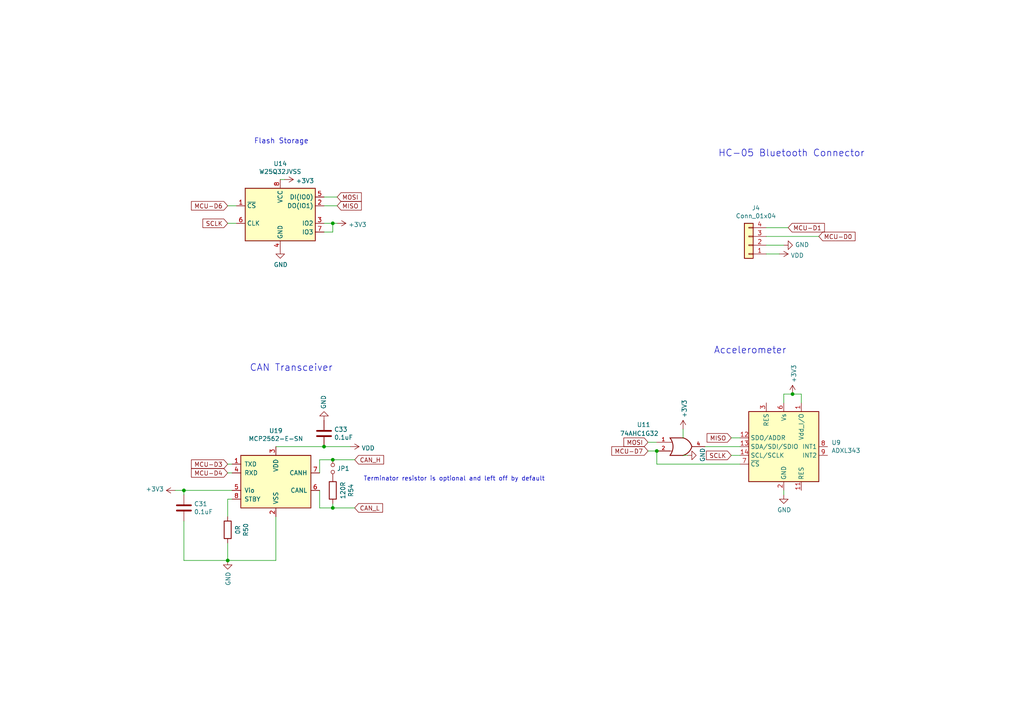
<source format=kicad_sch>
(kicad_sch (version 20230121) (generator eeschema)

  (uuid 63ac02d9-df52-49d6-bf40-d68ede45c647)

  (paper "A4")

  (lib_symbols
    (symbol "74xGxx:74AHC1G32" (pin_names (offset 1.016)) (in_bom yes) (on_board yes)
      (property "Reference" "U" (at -2.54 3.81 0)
        (effects (font (size 1.27 1.27)))
      )
      (property "Value" "74AHC1G32" (at 0 -3.81 0)
        (effects (font (size 1.27 1.27)))
      )
      (property "Footprint" "" (at 0 0 0)
        (effects (font (size 1.27 1.27)) hide)
      )
      (property "Datasheet" "http://www.ti.com/lit/sg/scyt129e/scyt129e.pdf" (at 0 0 0)
        (effects (font (size 1.27 1.27)) hide)
      )
      (property "ki_keywords" "Single Gate OR LVC CMOS" (at 0 0 0)
        (effects (font (size 1.27 1.27)) hide)
      )
      (property "ki_description" "Single OR Gate, Low-Voltage CMOS" (at 0 0 0)
        (effects (font (size 1.27 1.27)) hide)
      )
      (property "ki_fp_filters" "SOT* SG-*" (at 0 0 0)
        (effects (font (size 1.27 1.27)) hide)
      )
      (symbol "74AHC1G32_0_1"
        (arc (start -3.81 -2.54) (mid -2.919 0) (end -3.81 2.54)
          (stroke (width 0.254) (type default))
          (fill (type none))
        )
        (arc (start 0 -2.54) (mid 1.601 -1.601) (end 2.54 0)
          (stroke (width 0.254) (type default))
          (fill (type none))
        )
        (polyline
          (pts
            (xy -3.81 -1.27)
            (xy -3.175 -1.27)
          )
          (stroke (width 0) (type default))
          (fill (type none))
        )
        (polyline
          (pts
            (xy -3.81 1.27)
            (xy -3.175 1.27)
          )
          (stroke (width 0) (type default))
          (fill (type none))
        )
        (polyline
          (pts
            (xy 0 -2.54)
            (xy -3.81 -2.54)
          )
          (stroke (width 0.254) (type default))
          (fill (type background))
        )
        (polyline
          (pts
            (xy 0 2.54)
            (xy -3.81 2.54)
          )
          (stroke (width 0.254) (type default))
          (fill (type background))
        )
        (arc (start 2.54 0) (mid 1.6136 1.6136) (end 0 2.54)
          (stroke (width 0.254) (type default))
          (fill (type none))
        )
      )
      (symbol "74AHC1G32_1_1"
        (pin input line (at -7.62 1.27 0) (length 3.81)
          (name "~" (effects (font (size 1.016 1.016))))
          (number "1" (effects (font (size 1.016 1.016))))
        )
        (pin input line (at -7.62 -1.27 0) (length 3.81)
          (name "~" (effects (font (size 1.016 1.016))))
          (number "2" (effects (font (size 1.016 1.016))))
        )
        (pin power_in line (at 0 -2.54 270) (length 0) hide
          (name "GND" (effects (font (size 1.016 1.016))))
          (number "3" (effects (font (size 1.016 1.016))))
        )
        (pin output line (at 6.35 0 180) (length 3.81)
          (name "~" (effects (font (size 1.016 1.016))))
          (number "4" (effects (font (size 1.016 1.016))))
        )
        (pin power_in line (at 0 2.54 90) (length 0) hide
          (name "VCC" (effects (font (size 1.016 1.016))))
          (number "5" (effects (font (size 1.016 1.016))))
        )
      )
    )
    (symbol "Connector_Generic:Conn_01x04" (pin_names (offset 1.016) hide) (in_bom yes) (on_board yes)
      (property "Reference" "J" (at 0 5.08 0)
        (effects (font (size 1.27 1.27)))
      )
      (property "Value" "Conn_01x04" (at 0 -7.62 0)
        (effects (font (size 1.27 1.27)))
      )
      (property "Footprint" "" (at 0 0 0)
        (effects (font (size 1.27 1.27)) hide)
      )
      (property "Datasheet" "~" (at 0 0 0)
        (effects (font (size 1.27 1.27)) hide)
      )
      (property "ki_keywords" "connector" (at 0 0 0)
        (effects (font (size 1.27 1.27)) hide)
      )
      (property "ki_description" "Generic connector, single row, 01x04, script generated (kicad-library-utils/schlib/autogen/connector/)" (at 0 0 0)
        (effects (font (size 1.27 1.27)) hide)
      )
      (property "ki_fp_filters" "Connector*:*_1x??_*" (at 0 0 0)
        (effects (font (size 1.27 1.27)) hide)
      )
      (symbol "Conn_01x04_1_1"
        (rectangle (start -1.27 -4.953) (end 0 -5.207)
          (stroke (width 0.1524) (type default))
          (fill (type none))
        )
        (rectangle (start -1.27 -2.413) (end 0 -2.667)
          (stroke (width 0.1524) (type default))
          (fill (type none))
        )
        (rectangle (start -1.27 0.127) (end 0 -0.127)
          (stroke (width 0.1524) (type default))
          (fill (type none))
        )
        (rectangle (start -1.27 2.667) (end 0 2.413)
          (stroke (width 0.1524) (type default))
          (fill (type none))
        )
        (rectangle (start -1.27 3.81) (end 1.27 -6.35)
          (stroke (width 0.254) (type default))
          (fill (type background))
        )
        (pin passive line (at -5.08 2.54 0) (length 3.81)
          (name "Pin_1" (effects (font (size 1.27 1.27))))
          (number "1" (effects (font (size 1.27 1.27))))
        )
        (pin passive line (at -5.08 0 0) (length 3.81)
          (name "Pin_2" (effects (font (size 1.27 1.27))))
          (number "2" (effects (font (size 1.27 1.27))))
        )
        (pin passive line (at -5.08 -2.54 0) (length 3.81)
          (name "Pin_3" (effects (font (size 1.27 1.27))))
          (number "3" (effects (font (size 1.27 1.27))))
        )
        (pin passive line (at -5.08 -5.08 0) (length 3.81)
          (name "Pin_4" (effects (font (size 1.27 1.27))))
          (number "4" (effects (font (size 1.27 1.27))))
        )
      )
    )
    (symbol "Device:C" (pin_numbers hide) (pin_names (offset 0.254)) (in_bom yes) (on_board yes)
      (property "Reference" "C" (at 0.635 2.54 0)
        (effects (font (size 1.27 1.27)) (justify left))
      )
      (property "Value" "C" (at 0.635 -2.54 0)
        (effects (font (size 1.27 1.27)) (justify left))
      )
      (property "Footprint" "" (at 0.9652 -3.81 0)
        (effects (font (size 1.27 1.27)) hide)
      )
      (property "Datasheet" "~" (at 0 0 0)
        (effects (font (size 1.27 1.27)) hide)
      )
      (property "ki_keywords" "cap capacitor" (at 0 0 0)
        (effects (font (size 1.27 1.27)) hide)
      )
      (property "ki_description" "Unpolarized capacitor" (at 0 0 0)
        (effects (font (size 1.27 1.27)) hide)
      )
      (property "ki_fp_filters" "C_*" (at 0 0 0)
        (effects (font (size 1.27 1.27)) hide)
      )
      (symbol "C_0_1"
        (polyline
          (pts
            (xy -2.032 -0.762)
            (xy 2.032 -0.762)
          )
          (stroke (width 0.508) (type default))
          (fill (type none))
        )
        (polyline
          (pts
            (xy -2.032 0.762)
            (xy 2.032 0.762)
          )
          (stroke (width 0.508) (type default))
          (fill (type none))
        )
      )
      (symbol "C_1_1"
        (pin passive line (at 0 3.81 270) (length 2.794)
          (name "~" (effects (font (size 1.27 1.27))))
          (number "1" (effects (font (size 1.27 1.27))))
        )
        (pin passive line (at 0 -3.81 90) (length 2.794)
          (name "~" (effects (font (size 1.27 1.27))))
          (number "2" (effects (font (size 1.27 1.27))))
        )
      )
    )
    (symbol "Device:Jumper_NO_Small" (pin_numbers hide) (pin_names (offset 0.762) hide) (in_bom yes) (on_board yes)
      (property "Reference" "JP" (at 0 2.032 0)
        (effects (font (size 1.27 1.27)))
      )
      (property "Value" "Device_Jumper_NO_Small" (at 0.254 -1.524 0)
        (effects (font (size 1.27 1.27)))
      )
      (property "Footprint" "" (at 0 0 0)
        (effects (font (size 1.27 1.27)) hide)
      )
      (property "Datasheet" "" (at 0 0 0)
        (effects (font (size 1.27 1.27)) hide)
      )
      (property "ki_fp_filters" "SolderJumper*Open* Jumper* TestPoint*2Pads* TestPoint*Bridge*" (at 0 0 0)
        (effects (font (size 1.27 1.27)) hide)
      )
      (symbol "Jumper_NO_Small_0_1"
        (circle (center -1.016 0) (radius 0.508)
          (stroke (width 0) (type default))
          (fill (type none))
        )
        (circle (center 1.016 0) (radius 0.508)
          (stroke (width 0) (type default))
          (fill (type none))
        )
        (pin passive line (at -2.54 0 0) (length 1.016)
          (name "1" (effects (font (size 1.27 1.27))))
          (number "1" (effects (font (size 1.27 1.27))))
        )
        (pin passive line (at 2.54 0 180) (length 1.016)
          (name "2" (effects (font (size 1.27 1.27))))
          (number "2" (effects (font (size 1.27 1.27))))
        )
      )
    )
    (symbol "Device:R" (pin_numbers hide) (pin_names (offset 0)) (in_bom yes) (on_board yes)
      (property "Reference" "R" (at 2.032 0 90)
        (effects (font (size 1.27 1.27)))
      )
      (property "Value" "R" (at 0 0 90)
        (effects (font (size 1.27 1.27)))
      )
      (property "Footprint" "" (at -1.778 0 90)
        (effects (font (size 1.27 1.27)) hide)
      )
      (property "Datasheet" "~" (at 0 0 0)
        (effects (font (size 1.27 1.27)) hide)
      )
      (property "ki_keywords" "R res resistor" (at 0 0 0)
        (effects (font (size 1.27 1.27)) hide)
      )
      (property "ki_description" "Resistor" (at 0 0 0)
        (effects (font (size 1.27 1.27)) hide)
      )
      (property "ki_fp_filters" "R_*" (at 0 0 0)
        (effects (font (size 1.27 1.27)) hide)
      )
      (symbol "R_0_1"
        (rectangle (start -1.016 -2.54) (end 1.016 2.54)
          (stroke (width 0.254) (type default))
          (fill (type none))
        )
      )
      (symbol "R_1_1"
        (pin passive line (at 0 3.81 270) (length 1.27)
          (name "~" (effects (font (size 1.27 1.27))))
          (number "1" (effects (font (size 1.27 1.27))))
        )
        (pin passive line (at 0 -3.81 90) (length 1.27)
          (name "~" (effects (font (size 1.27 1.27))))
          (number "2" (effects (font (size 1.27 1.27))))
        )
      )
    )
    (symbol "Interface_CAN_LIN:MCP2562-E-SN" (pin_names (offset 1.016)) (in_bom yes) (on_board yes)
      (property "Reference" "U" (at -10.16 8.89 0)
        (effects (font (size 1.27 1.27)) (justify left))
      )
      (property "Value" "MCP2562-E-SN" (at 2.54 8.89 0)
        (effects (font (size 1.27 1.27)) (justify left))
      )
      (property "Footprint" "Package_SO:SOIC-8_3.9x4.9mm_P1.27mm" (at 0 -12.7 0)
        (effects (font (size 1.27 1.27) italic) hide)
      )
      (property "Datasheet" "http://ww1.microchip.com/downloads/en/DeviceDoc/25167A.pdf" (at 0 0 0)
        (effects (font (size 1.27 1.27)) hide)
      )
      (property "ki_keywords" "High-Speed CAN Transceiver" (at 0 0 0)
        (effects (font (size 1.27 1.27)) hide)
      )
      (property "ki_description" "High-Speed CAN Transceiver, 1Mbps, 5V supply, Vio pin, -40C to +125C, SOIC-8" (at 0 0 0)
        (effects (font (size 1.27 1.27)) hide)
      )
      (property "ki_fp_filters" "SOIC*3.9x4.9mm*P1.27mm*" (at 0 0 0)
        (effects (font (size 1.27 1.27)) hide)
      )
      (symbol "MCP2562-E-SN_0_1"
        (rectangle (start -10.16 7.62) (end 10.16 -7.62)
          (stroke (width 0.254) (type default))
          (fill (type background))
        )
      )
      (symbol "MCP2562-E-SN_1_1"
        (pin input line (at -12.7 5.08 0) (length 2.54)
          (name "TXD" (effects (font (size 1.27 1.27))))
          (number "1" (effects (font (size 1.27 1.27))))
        )
        (pin power_in line (at 0 -10.16 90) (length 2.54)
          (name "VSS" (effects (font (size 1.27 1.27))))
          (number "2" (effects (font (size 1.27 1.27))))
        )
        (pin power_in line (at 0 10.16 270) (length 2.54)
          (name "VDD" (effects (font (size 1.27 1.27))))
          (number "3" (effects (font (size 1.27 1.27))))
        )
        (pin output line (at -12.7 2.54 0) (length 2.54)
          (name "RXD" (effects (font (size 1.27 1.27))))
          (number "4" (effects (font (size 1.27 1.27))))
        )
        (pin power_in line (at -12.7 -2.54 0) (length 2.54)
          (name "Vio" (effects (font (size 1.27 1.27))))
          (number "5" (effects (font (size 1.27 1.27))))
        )
        (pin bidirectional line (at 12.7 -2.54 180) (length 2.54)
          (name "CANL" (effects (font (size 1.27 1.27))))
          (number "6" (effects (font (size 1.27 1.27))))
        )
        (pin bidirectional line (at 12.7 2.54 180) (length 2.54)
          (name "CANH" (effects (font (size 1.27 1.27))))
          (number "7" (effects (font (size 1.27 1.27))))
        )
        (pin input line (at -12.7 -5.08 0) (length 2.54)
          (name "STBY" (effects (font (size 1.27 1.27))))
          (number "8" (effects (font (size 1.27 1.27))))
        )
      )
    )
    (symbol "Memory_Flash:W25Q32JVSS" (in_bom yes) (on_board yes)
      (property "Reference" "U" (at -8.89 8.89 0)
        (effects (font (size 1.27 1.27)))
      )
      (property "Value" "W25Q32JVSS" (at 7.62 8.89 0)
        (effects (font (size 1.27 1.27)))
      )
      (property "Footprint" "Package_SO:SOIC-8_5.23x5.23mm_P1.27mm" (at 0 0 0)
        (effects (font (size 1.27 1.27)) hide)
      )
      (property "Datasheet" "http://www.winbond.com/resource-files/w25q32jv%20revg%2003272018%20plus.pdf" (at 0 0 0)
        (effects (font (size 1.27 1.27)) hide)
      )
      (property "ki_keywords" "flash memory SPI" (at 0 0 0)
        (effects (font (size 1.27 1.27)) hide)
      )
      (property "ki_description" "32Mb Serial Flash Memory, Standard/Dual/Quad SPI, SOIC-8" (at 0 0 0)
        (effects (font (size 1.27 1.27)) hide)
      )
      (property "ki_fp_filters" "SOIC*5.23x5.23mm*P1.27mm*" (at 0 0 0)
        (effects (font (size 1.27 1.27)) hide)
      )
      (symbol "W25Q32JVSS_0_1"
        (rectangle (start -10.16 7.62) (end 10.16 -7.62)
          (stroke (width 0.254) (type default))
          (fill (type background))
        )
      )
      (symbol "W25Q32JVSS_1_1"
        (pin input line (at -12.7 2.54 0) (length 2.54)
          (name "~{CS}" (effects (font (size 1.27 1.27))))
          (number "1" (effects (font (size 1.27 1.27))))
        )
        (pin bidirectional line (at 12.7 2.54 180) (length 2.54)
          (name "DO(IO1)" (effects (font (size 1.27 1.27))))
          (number "2" (effects (font (size 1.27 1.27))))
        )
        (pin bidirectional line (at 12.7 -2.54 180) (length 2.54)
          (name "IO2" (effects (font (size 1.27 1.27))))
          (number "3" (effects (font (size 1.27 1.27))))
        )
        (pin power_in line (at 0 -10.16 90) (length 2.54)
          (name "GND" (effects (font (size 1.27 1.27))))
          (number "4" (effects (font (size 1.27 1.27))))
        )
        (pin bidirectional line (at 12.7 5.08 180) (length 2.54)
          (name "DI(IO0)" (effects (font (size 1.27 1.27))))
          (number "5" (effects (font (size 1.27 1.27))))
        )
        (pin input line (at -12.7 -2.54 0) (length 2.54)
          (name "CLK" (effects (font (size 1.27 1.27))))
          (number "6" (effects (font (size 1.27 1.27))))
        )
        (pin bidirectional line (at 12.7 -5.08 180) (length 2.54)
          (name "IO3" (effects (font (size 1.27 1.27))))
          (number "7" (effects (font (size 1.27 1.27))))
        )
        (pin power_in line (at 0 10.16 270) (length 2.54)
          (name "VCC" (effects (font (size 1.27 1.27))))
          (number "8" (effects (font (size 1.27 1.27))))
        )
      )
    )
    (symbol "Sensor_Motion:ADXL343" (in_bom yes) (on_board yes)
      (property "Reference" "U" (at -8.89 11.43 0)
        (effects (font (size 1.27 1.27)))
      )
      (property "Value" "ADXL343" (at -7.62 -11.43 0)
        (effects (font (size 1.27 1.27)))
      )
      (property "Footprint" "Package_LGA:LGA-14_3x5mm_P0.8mm_LayoutBorder1x6y" (at 0 0 0)
        (effects (font (size 1.27 1.27)) hide)
      )
      (property "Datasheet" "https://www.analog.com/media/en/technical-documentation/data-sheets/ADXL343.pdf" (at 0 0 0)
        (effects (font (size 1.27 1.27)) hide)
      )
      (property "ki_keywords" "3-axis accelerometer i2c spi mems" (at 0 0 0)
        (effects (font (size 1.27 1.27)) hide)
      )
      (property "ki_description" "3-Axis MEMS Accelerometer, 2/4/8/16g range, I2C/SPI, LGA-14" (at 0 0 0)
        (effects (font (size 1.27 1.27)) hide)
      )
      (property "ki_fp_filters" "*LGA*3x5mm*P0.8mm*" (at 0 0 0)
        (effects (font (size 1.27 1.27)) hide)
      )
      (symbol "ADXL343_0_1"
        (rectangle (start -10.16 10.16) (end 10.16 -10.16)
          (stroke (width 0.254) (type default))
          (fill (type background))
        )
      )
      (symbol "ADXL343_1_1"
        (pin power_in line (at 5.08 12.7 270) (length 2.54)
          (name "Vdd_I/O" (effects (font (size 1.27 1.27))))
          (number "1" (effects (font (size 1.27 1.27))))
        )
        (pin no_connect line (at -5.08 -10.16 90) (length 2.54) hide
          (name "NC" (effects (font (size 1.27 1.27))))
          (number "10" (effects (font (size 1.27 1.27))))
        )
        (pin passive line (at 5.08 -12.7 90) (length 2.54)
          (name "RES" (effects (font (size 1.27 1.27))))
          (number "11" (effects (font (size 1.27 1.27))))
        )
        (pin bidirectional line (at -12.7 2.54 0) (length 2.54)
          (name "SDO/ADDR" (effects (font (size 1.27 1.27))))
          (number "12" (effects (font (size 1.27 1.27))))
        )
        (pin bidirectional line (at -12.7 0 0) (length 2.54)
          (name "SDA/SDI/SDIO" (effects (font (size 1.27 1.27))))
          (number "13" (effects (font (size 1.27 1.27))))
        )
        (pin input line (at -12.7 -2.54 0) (length 2.54)
          (name "SCL/SCLK" (effects (font (size 1.27 1.27))))
          (number "14" (effects (font (size 1.27 1.27))))
        )
        (pin power_in line (at 0 -12.7 90) (length 2.54)
          (name "GND" (effects (font (size 1.27 1.27))))
          (number "2" (effects (font (size 1.27 1.27))))
        )
        (pin passive line (at -5.08 12.7 270) (length 2.54)
          (name "RES" (effects (font (size 1.27 1.27))))
          (number "3" (effects (font (size 1.27 1.27))))
        )
        (pin passive line (at 0 -12.7 90) (length 2.54) hide
          (name "GND" (effects (font (size 1.27 1.27))))
          (number "4" (effects (font (size 1.27 1.27))))
        )
        (pin passive line (at 0 -12.7 90) (length 2.54) hide
          (name "GND" (effects (font (size 1.27 1.27))))
          (number "5" (effects (font (size 1.27 1.27))))
        )
        (pin power_in line (at 0 12.7 270) (length 2.54)
          (name "Vs" (effects (font (size 1.27 1.27))))
          (number "6" (effects (font (size 1.27 1.27))))
        )
        (pin input line (at -12.7 -5.08 0) (length 2.54)
          (name "~{CS}" (effects (font (size 1.27 1.27))))
          (number "7" (effects (font (size 1.27 1.27))))
        )
        (pin output line (at 12.7 0 180) (length 2.54)
          (name "INT1" (effects (font (size 1.27 1.27))))
          (number "8" (effects (font (size 1.27 1.27))))
        )
        (pin output line (at 12.7 -2.54 180) (length 2.54)
          (name "INT2" (effects (font (size 1.27 1.27))))
          (number "9" (effects (font (size 1.27 1.27))))
        )
      )
    )
    (symbol "power:+3V3" (power) (pin_names (offset 0)) (in_bom yes) (on_board yes)
      (property "Reference" "#PWR" (at 0 -3.81 0)
        (effects (font (size 1.27 1.27)) hide)
      )
      (property "Value" "+3V3" (at 0 3.556 0)
        (effects (font (size 1.27 1.27)))
      )
      (property "Footprint" "" (at 0 0 0)
        (effects (font (size 1.27 1.27)) hide)
      )
      (property "Datasheet" "" (at 0 0 0)
        (effects (font (size 1.27 1.27)) hide)
      )
      (property "ki_keywords" "power-flag" (at 0 0 0)
        (effects (font (size 1.27 1.27)) hide)
      )
      (property "ki_description" "Power symbol creates a global label with name \"+3V3\"" (at 0 0 0)
        (effects (font (size 1.27 1.27)) hide)
      )
      (symbol "+3V3_0_1"
        (polyline
          (pts
            (xy -0.762 1.27)
            (xy 0 2.54)
          )
          (stroke (width 0) (type default))
          (fill (type none))
        )
        (polyline
          (pts
            (xy 0 0)
            (xy 0 2.54)
          )
          (stroke (width 0) (type default))
          (fill (type none))
        )
        (polyline
          (pts
            (xy 0 2.54)
            (xy 0.762 1.27)
          )
          (stroke (width 0) (type default))
          (fill (type none))
        )
      )
      (symbol "+3V3_1_1"
        (pin power_in line (at 0 0 90) (length 0) hide
          (name "+3V3" (effects (font (size 1.27 1.27))))
          (number "1" (effects (font (size 1.27 1.27))))
        )
      )
    )
    (symbol "power:GND" (power) (pin_names (offset 0)) (in_bom yes) (on_board yes)
      (property "Reference" "#PWR" (at 0 -6.35 0)
        (effects (font (size 1.27 1.27)) hide)
      )
      (property "Value" "GND" (at 0 -3.81 0)
        (effects (font (size 1.27 1.27)))
      )
      (property "Footprint" "" (at 0 0 0)
        (effects (font (size 1.27 1.27)) hide)
      )
      (property "Datasheet" "" (at 0 0 0)
        (effects (font (size 1.27 1.27)) hide)
      )
      (property "ki_keywords" "power-flag" (at 0 0 0)
        (effects (font (size 1.27 1.27)) hide)
      )
      (property "ki_description" "Power symbol creates a global label with name \"GND\" , ground" (at 0 0 0)
        (effects (font (size 1.27 1.27)) hide)
      )
      (symbol "GND_0_1"
        (polyline
          (pts
            (xy 0 0)
            (xy 0 -1.27)
            (xy 1.27 -1.27)
            (xy 0 -2.54)
            (xy -1.27 -1.27)
            (xy 0 -1.27)
          )
          (stroke (width 0) (type default))
          (fill (type none))
        )
      )
      (symbol "GND_1_1"
        (pin power_in line (at 0 0 270) (length 0) hide
          (name "GND" (effects (font (size 1.27 1.27))))
          (number "1" (effects (font (size 1.27 1.27))))
        )
      )
    )
    (symbol "power:VDD" (power) (pin_names (offset 0)) (in_bom yes) (on_board yes)
      (property "Reference" "#PWR" (at 0 -3.81 0)
        (effects (font (size 1.27 1.27)) hide)
      )
      (property "Value" "VDD" (at 0 3.81 0)
        (effects (font (size 1.27 1.27)))
      )
      (property "Footprint" "" (at 0 0 0)
        (effects (font (size 1.27 1.27)) hide)
      )
      (property "Datasheet" "" (at 0 0 0)
        (effects (font (size 1.27 1.27)) hide)
      )
      (property "ki_keywords" "power-flag" (at 0 0 0)
        (effects (font (size 1.27 1.27)) hide)
      )
      (property "ki_description" "Power symbol creates a global label with name \"VDD\"" (at 0 0 0)
        (effects (font (size 1.27 1.27)) hide)
      )
      (symbol "VDD_0_1"
        (polyline
          (pts
            (xy -0.762 1.27)
            (xy 0 2.54)
          )
          (stroke (width 0) (type default))
          (fill (type none))
        )
        (polyline
          (pts
            (xy 0 0)
            (xy 0 2.54)
          )
          (stroke (width 0) (type default))
          (fill (type none))
        )
        (polyline
          (pts
            (xy 0 2.54)
            (xy 0.762 1.27)
          )
          (stroke (width 0) (type default))
          (fill (type none))
        )
      )
      (symbol "VDD_1_1"
        (pin power_in line (at 0 0 90) (length 0) hide
          (name "VDD" (effects (font (size 1.27 1.27))))
          (number "1" (effects (font (size 1.27 1.27))))
        )
      )
    )
  )

  (junction (at 190.5 130.81) (diameter 0) (color 0 0 0 0)
    (uuid 28f18081-a253-4984-b1a4-95cd45fd5fac)
  )
  (junction (at 96.52 133.35) (diameter 0) (color 0 0 0 0)
    (uuid 38dc1222-8876-4a43-aeac-9a57750b2e26)
  )
  (junction (at 96.52 147.32) (diameter 0) (color 0 0 0 0)
    (uuid 44048cd3-a551-4c86-aa00-bb3a1f8b622d)
  )
  (junction (at 66.04 162.56) (diameter 0) (color 0 0 0 0)
    (uuid b8a5834c-2e46-41fc-95da-93db468e0075)
  )
  (junction (at 53.34 142.24) (diameter 0) (color 0 0 0 0)
    (uuid cafac398-fa5d-421c-a165-c22160b2656a)
  )
  (junction (at 93.98 129.54) (diameter 0) (color 0 0 0 0)
    (uuid ceaec669-42ab-4740-975c-9af0f9579f52)
  )
  (junction (at 229.87 114.3) (diameter 0) (color 0 0 0 0)
    (uuid e1f1381c-ff60-4429-81ff-974da6674cc8)
  )
  (junction (at 96.52 64.77) (diameter 0) (color 0 0 0 0)
    (uuid f7c813ff-d2fc-4492-8158-0c95f20233ed)
  )

  (wire (pts (xy 53.34 142.24) (xy 67.31 142.24))
    (stroke (width 0) (type default))
    (uuid 08f8ebef-5d74-4be1-90c1-7b4f6666581c)
  )
  (wire (pts (xy 227.33 114.3) (xy 229.87 114.3))
    (stroke (width 0) (type default))
    (uuid 15ca8c14-4a83-49a3-b503-018c61bd5d69)
  )
  (wire (pts (xy 97.79 64.77) (xy 96.52 64.77))
    (stroke (width 0) (type default))
    (uuid 181378e8-7102-4a44-b001-45175260beb8)
  )
  (wire (pts (xy 187.96 130.81) (xy 190.5 130.81))
    (stroke (width 0) (type default))
    (uuid 1e174403-d1e7-44ad-b1cb-938cdcfe8a8c)
  )
  (wire (pts (xy 93.98 129.54) (xy 80.01 129.54))
    (stroke (width 0) (type default))
    (uuid 1e3ea05b-dee2-424d-a01d-5110d4e2636a)
  )
  (wire (pts (xy 232.41 114.3) (xy 229.87 114.3))
    (stroke (width 0) (type default))
    (uuid 1fd624e7-f0c1-48e5-a0a2-44640990647e)
  )
  (wire (pts (xy 50.8 142.24) (xy 53.34 142.24))
    (stroke (width 0) (type default))
    (uuid 262c3c93-e943-4b61-88fd-b76d2da4e2d5)
  )
  (wire (pts (xy 232.41 116.84) (xy 232.41 114.3))
    (stroke (width 0) (type default))
    (uuid 321c60d5-19d8-4f00-bfdb-79247f961d4a)
  )
  (wire (pts (xy 96.52 133.35) (xy 102.87 133.35))
    (stroke (width 0) (type default))
    (uuid 32e7648c-e2f1-4bcb-ad37-820e92a0f229)
  )
  (wire (pts (xy 96.52 146.05) (xy 96.52 147.32))
    (stroke (width 0) (type default))
    (uuid 33b4dc87-d23a-4997-8b3d-76bbaa6cb0ef)
  )
  (wire (pts (xy 53.34 143.51) (xy 53.34 142.24))
    (stroke (width 0) (type default))
    (uuid 36ac6801-8669-4cb4-81f2-76064d3abd39)
  )
  (wire (pts (xy 204.47 129.54) (xy 214.63 129.54))
    (stroke (width 0) (type default))
    (uuid 3b306440-6028-4fdd-8797-9da724660800)
  )
  (wire (pts (xy 92.71 147.32) (xy 96.52 147.32))
    (stroke (width 0) (type default))
    (uuid 45e2ff1d-a830-4e8c-8bc6-8947bd353757)
  )
  (wire (pts (xy 227.33 116.84) (xy 227.33 114.3))
    (stroke (width 0) (type default))
    (uuid 47667a93-81ea-45ac-8f2a-b62b1e1f1872)
  )
  (wire (pts (xy 66.04 137.16) (xy 67.31 137.16))
    (stroke (width 0) (type default))
    (uuid 4fab0b58-ef30-42ef-ad7e-ac6fcde0c659)
  )
  (wire (pts (xy 66.04 64.77) (xy 68.58 64.77))
    (stroke (width 0) (type default))
    (uuid 52c67bfb-3c57-422e-8d95-2ce65bc81bcf)
  )
  (wire (pts (xy 237.49 68.58) (xy 222.25 68.58))
    (stroke (width 0) (type default))
    (uuid 538a5dae-8fb2-43b3-8c61-973e39d0f8b8)
  )
  (wire (pts (xy 82.55 52.07) (xy 81.28 52.07))
    (stroke (width 0) (type default))
    (uuid 5dad2f49-52bf-4323-96cd-ba936cc8db69)
  )
  (wire (pts (xy 96.52 67.31) (xy 96.52 64.77))
    (stroke (width 0) (type default))
    (uuid 6a3ac14c-4a85-4667-966a-7d0148472c12)
  )
  (wire (pts (xy 66.04 134.62) (xy 67.31 134.62))
    (stroke (width 0) (type default))
    (uuid 708c28ef-4921-4cc6-86b1-c48e97d4c8b9)
  )
  (wire (pts (xy 66.04 59.69) (xy 68.58 59.69))
    (stroke (width 0) (type default))
    (uuid 72d6ed73-8d3e-437e-84b2-89005b784042)
  )
  (wire (pts (xy 96.52 64.77) (xy 93.98 64.77))
    (stroke (width 0) (type default))
    (uuid 769f7a46-cfeb-4436-9562-bd91b8bb4f86)
  )
  (wire (pts (xy 80.01 149.86) (xy 80.01 162.56))
    (stroke (width 0) (type default))
    (uuid 77f06a30-b836-4517-93ae-c783557e05e8)
  )
  (wire (pts (xy 92.71 142.24) (xy 92.71 147.32))
    (stroke (width 0) (type default))
    (uuid 7b160fd0-9175-463f-955f-b4a8f725ceb4)
  )
  (wire (pts (xy 198.12 124.46) (xy 198.12 127))
    (stroke (width 0) (type default))
    (uuid 7d6f59ac-1138-4619-9a58-067d67cd3cb4)
  )
  (wire (pts (xy 212.09 127) (xy 214.63 127))
    (stroke (width 0) (type default))
    (uuid 818d7940-7e73-4936-ba94-de7182be3075)
  )
  (wire (pts (xy 66.04 157.48) (xy 66.04 162.56))
    (stroke (width 0) (type default))
    (uuid 86d72c5b-14a8-4c07-9b1a-09ef5f552ac1)
  )
  (wire (pts (xy 96.52 133.35) (xy 92.71 133.35))
    (stroke (width 0) (type default))
    (uuid 88df5c50-660c-4f56-a770-ffe066d61a72)
  )
  (wire (pts (xy 80.01 162.56) (xy 66.04 162.56))
    (stroke (width 0) (type default))
    (uuid 8c0f0345-441b-4e72-b40a-1b259406346c)
  )
  (wire (pts (xy 190.5 134.62) (xy 214.63 134.62))
    (stroke (width 0) (type default))
    (uuid 931e0314-2895-41b4-ade0-aa160700a4f7)
  )
  (wire (pts (xy 93.98 67.31) (xy 96.52 67.31))
    (stroke (width 0) (type default))
    (uuid a059b8ed-fc88-4fcf-86c9-17e17afdc401)
  )
  (wire (pts (xy 190.5 130.81) (xy 190.5 134.62))
    (stroke (width 0) (type default))
    (uuid a73d2e16-8c97-4165-98d0-30fdad0408a8)
  )
  (wire (pts (xy 93.98 57.15) (xy 97.79 57.15))
    (stroke (width 0) (type default))
    (uuid a9954503-95f3-4450-9100-fb8bf25630ac)
  )
  (wire (pts (xy 96.52 147.32) (xy 102.87 147.32))
    (stroke (width 0) (type default))
    (uuid ad862eec-ef06-4947-8775-115e3b8eb85e)
  )
  (wire (pts (xy 92.71 133.35) (xy 92.71 137.16))
    (stroke (width 0) (type default))
    (uuid ba46e104-3025-4d5a-a13b-aecf6bb18594)
  )
  (wire (pts (xy 222.25 66.04) (xy 228.6 66.04))
    (stroke (width 0) (type default))
    (uuid beb6be40-3e49-460b-81fe-ebc133416d10)
  )
  (wire (pts (xy 187.96 128.27) (xy 190.5 128.27))
    (stroke (width 0) (type default))
    (uuid bec96098-7826-4aaf-a731-ff89faa28a9d)
  )
  (wire (pts (xy 66.04 149.86) (xy 66.04 144.78))
    (stroke (width 0) (type default))
    (uuid c225910f-30a2-47f1-9f42-6c317e553078)
  )
  (wire (pts (xy 199.39 132.08) (xy 198.12 132.08))
    (stroke (width 0) (type default))
    (uuid ce0e7b73-afe8-49e1-bc6d-da3afc3850ae)
  )
  (wire (pts (xy 226.06 73.66) (xy 222.25 73.66))
    (stroke (width 0) (type default))
    (uuid d1f57772-5ce6-4b85-bd55-bf5b4526514f)
  )
  (wire (pts (xy 53.34 162.56) (xy 66.04 162.56))
    (stroke (width 0) (type default))
    (uuid d57019dc-6faa-4eee-b39b-b5e7cdae1471)
  )
  (wire (pts (xy 227.33 71.12) (xy 222.25 71.12))
    (stroke (width 0) (type default))
    (uuid d9c83c48-9c91-4a6e-a3c1-ff68a7431299)
  )
  (wire (pts (xy 97.79 59.69) (xy 93.98 59.69))
    (stroke (width 0) (type default))
    (uuid e78e4c02-edf4-4274-aaca-5bceeb078844)
  )
  (wire (pts (xy 212.09 132.08) (xy 214.63 132.08))
    (stroke (width 0) (type default))
    (uuid e8874ecd-6373-4eec-b4cb-3214c1cde379)
  )
  (wire (pts (xy 101.6 129.54) (xy 93.98 129.54))
    (stroke (width 0) (type default))
    (uuid f13944df-740c-41ed-9f05-32eea7432ee3)
  )
  (wire (pts (xy 66.04 144.78) (xy 67.31 144.78))
    (stroke (width 0) (type default))
    (uuid fa924129-6767-4560-b59b-3a02d5fe5c1c)
  )
  (wire (pts (xy 53.34 151.13) (xy 53.34 162.56))
    (stroke (width 0) (type default))
    (uuid fb47cdd4-a339-49f1-8c1c-8b08ba07d03a)
  )
  (wire (pts (xy 227.33 143.51) (xy 227.33 142.24))
    (stroke (width 0) (type default))
    (uuid fc2370ae-5aa3-4d16-a142-d5a7c795ad2b)
  )

  (text "Terminator resistor is optional and left off by default"
    (at 105.41 139.7 0)
    (effects (font (size 1.27 1.27)) (justify left bottom))
    (uuid 1fb50d9e-b78a-4619-a9e7-3abccc9d4d02)
  )
  (text "Accelerometer" (at 207.01 102.87 0)
    (effects (font (size 1.9812 1.9812)) (justify left bottom))
    (uuid 57d8cc79-cf18-4d5a-bc87-7a45d0cac6b3)
  )
  (text "Flash Storage" (at 73.66 41.91 0)
    (effects (font (size 1.4986 1.4986)) (justify left bottom))
    (uuid 77435bfb-f684-4a28-b3ff-81961a6fba7b)
  )
  (text "CAN Transceiver" (at 72.39 107.95 0)
    (effects (font (size 1.9812 1.9812)) (justify left bottom))
    (uuid 87400994-0a18-46e3-acff-430e8fe187bb)
  )
  (text "HC-05 Bluetooth Connector" (at 208.28 45.72 0)
    (effects (font (size 1.9812 1.9812)) (justify left bottom))
    (uuid c7d261b6-2a48-49ba-9c79-c0f5dcd4317c)
  )

  (global_label "SCLK" (shape input) (at 212.09 132.08 180) (fields_autoplaced)
    (effects (font (size 1.27 1.27)) (justify right))
    (uuid 134bfada-f0b0-4c8e-9e9c-3cd2bf3a1c1f)
    (property "Intersheetrefs" "${INTERSHEET_REFS}" (at 205.0608 132.08 0)
      (effects (font (size 1.27 1.27)) (justify right) hide)
    )
  )
  (global_label "MISO" (shape input) (at 97.79 59.69 0) (fields_autoplaced)
    (effects (font (size 1.27 1.27)) (justify left))
    (uuid 1ccc5f53-065b-44e2-aaf9-75fe664f1207)
    (property "Intersheetrefs" "${INTERSHEET_REFS}" (at 104.6378 59.69 0)
      (effects (font (size 1.27 1.27)) (justify left) hide)
    )
  )
  (global_label "CAN_H" (shape input) (at 102.87 133.35 0) (fields_autoplaced)
    (effects (font (size 1.27 1.27)) (justify left))
    (uuid 1ed213bd-d7e6-42a0-972d-023cb692f939)
    (property "Intersheetrefs" "${INTERSHEET_REFS}" (at 111.1088 133.35 0)
      (effects (font (size 1.27 1.27)) (justify left) hide)
    )
  )
  (global_label "MCU-D3" (shape input) (at 66.04 134.62 180) (fields_autoplaced)
    (effects (font (size 1.27 1.27)) (justify right))
    (uuid 2f5ef7c8-8eca-44f8-b1b3-c33f39c4819a)
    (property "Intersheetrefs" "${INTERSHEET_REFS}" (at 55.6846 134.62 0)
      (effects (font (size 1.27 1.27)) (justify right) hide)
    )
  )
  (global_label "MCU-D1" (shape input) (at 228.6 66.04 0) (fields_autoplaced)
    (effects (font (size 1.27 1.27)) (justify left))
    (uuid 365e72a4-b4a8-42c1-ba94-eb0f9c9fd3ff)
    (property "Intersheetrefs" "${INTERSHEET_REFS}" (at 238.9554 66.04 0)
      (effects (font (size 1.27 1.27)) (justify left) hide)
    )
  )
  (global_label "MOSI" (shape input) (at 187.96 128.27 180) (fields_autoplaced)
    (effects (font (size 1.27 1.27)) (justify right))
    (uuid 41a81fee-6b96-4da1-a08b-e819abdcf8b4)
    (property "Intersheetrefs" "${INTERSHEET_REFS}" (at 181.1122 128.27 0)
      (effects (font (size 1.27 1.27)) (justify right) hide)
    )
  )
  (global_label "CAN_L" (shape input) (at 102.87 147.32 0) (fields_autoplaced)
    (effects (font (size 1.27 1.27)) (justify left))
    (uuid 500e58ba-b335-42ec-89b8-0ead2c9a619b)
    (property "Intersheetrefs" "${INTERSHEET_REFS}" (at 110.8064 147.32 0)
      (effects (font (size 1.27 1.27)) (justify left) hide)
    )
  )
  (global_label "MCU-D6" (shape input) (at 66.04 59.69 180) (fields_autoplaced)
    (effects (font (size 1.27 1.27)) (justify right))
    (uuid 575aef3e-0a59-467c-a366-93fcfc39834e)
    (property "Intersheetrefs" "${INTERSHEET_REFS}" (at 55.6846 59.69 0)
      (effects (font (size 1.27 1.27)) (justify right) hide)
    )
  )
  (global_label "MCU-D7" (shape input) (at 187.96 130.81 180) (fields_autoplaced)
    (effects (font (size 1.27 1.27)) (justify right))
    (uuid 5b10f903-7b1e-4cba-b9a0-49f481ec0325)
    (property "Intersheetrefs" "${INTERSHEET_REFS}" (at 177.6046 130.81 0)
      (effects (font (size 1.27 1.27)) (justify right) hide)
    )
  )
  (global_label "MOSI" (shape input) (at 97.79 57.15 0) (fields_autoplaced)
    (effects (font (size 1.27 1.27)) (justify left))
    (uuid a2c88edb-de77-4fcd-9cc0-119965935e0e)
    (property "Intersheetrefs" "${INTERSHEET_REFS}" (at 104.6378 57.15 0)
      (effects (font (size 1.27 1.27)) (justify left) hide)
    )
  )
  (global_label "MCU-D4" (shape input) (at 66.04 137.16 180) (fields_autoplaced)
    (effects (font (size 1.27 1.27)) (justify right))
    (uuid bb715cff-2ca3-46b1-abaa-1d9fa4c43041)
    (property "Intersheetrefs" "${INTERSHEET_REFS}" (at 55.6846 137.16 0)
      (effects (font (size 1.27 1.27)) (justify right) hide)
    )
  )
  (global_label "MCU-D0" (shape input) (at 237.49 68.58 0) (fields_autoplaced)
    (effects (font (size 1.27 1.27)) (justify left))
    (uuid cef81ed1-b993-44f5-a61c-5035b25226e1)
    (property "Intersheetrefs" "${INTERSHEET_REFS}" (at 247.8454 68.58 0)
      (effects (font (size 1.27 1.27)) (justify left) hide)
    )
  )
  (global_label "MISO" (shape input) (at 212.09 127 180) (fields_autoplaced)
    (effects (font (size 1.27 1.27)) (justify right))
    (uuid e7d1484a-15bb-4bf0-80f8-cb447ab0ef9b)
    (property "Intersheetrefs" "${INTERSHEET_REFS}" (at 205.2422 127 0)
      (effects (font (size 1.27 1.27)) (justify right) hide)
    )
  )
  (global_label "SCLK" (shape input) (at 66.04 64.77 180) (fields_autoplaced)
    (effects (font (size 1.27 1.27)) (justify right))
    (uuid f55818e7-6952-4d1a-b769-53676d534ac7)
    (property "Intersheetrefs" "${INTERSHEET_REFS}" (at 59.0108 64.77 0)
      (effects (font (size 1.27 1.27)) (justify right) hide)
    )
  )

  (symbol (lib_id "Interface_CAN_LIN:MCP2562-E-SN") (at 80.01 139.7 0) (unit 1)
    (in_bom yes) (on_board yes) (dnp no)
    (uuid 00000000-0000-0000-0000-00005d69162d)
    (property "Reference" "U19" (at 80.01 124.9426 0)
      (effects (font (size 1.27 1.27)))
    )
    (property "Value" "MCP2562-E-SN" (at 80.01 127.254 0)
      (effects (font (size 1.27 1.27)))
    )
    (property "Footprint" "Package_SO:SOIC-8_3.9x4.9mm_P1.27mm" (at 80.01 152.4 0)
      (effects (font (size 1.27 1.27) italic) hide)
    )
    (property "Datasheet" "http://ww1.microchip.com/downloads/en/DeviceDoc/25167A.pdf" (at 80.01 139.7 0)
      (effects (font (size 1.27 1.27)) hide)
    )
    (property "Digikey Part Number" "MCP2562-E/SN-ND" (at 80.01 139.7 0)
      (effects (font (size 1.27 1.27)) hide)
    )
    (property "Manufacturer_Name" "Microchip Technology" (at 80.01 139.7 0)
      (effects (font (size 1.27 1.27)) hide)
    )
    (property "Manufacturer_Part_Number" "MCP2562-E/SN" (at 80.01 139.7 0)
      (effects (font (size 1.27 1.27)) hide)
    )
    (property "URL" "https://www.digikey.com.au/products/en?keywords=MCP2562-E-SN" (at 80.01 139.7 0)
      (effects (font (size 1.27 1.27)) hide)
    )
    (pin "1" (uuid 64d1b4a3-b3a0-4d81-a4de-adce30623888))
    (pin "2" (uuid bc517b3b-c538-4378-be2b-4f862add6c42))
    (pin "3" (uuid c035f69f-220b-498b-88ab-0b41ac6f06c1))
    (pin "4" (uuid 772cc496-1a98-4e13-a4bb-8726983b8df6))
    (pin "5" (uuid 9c20a0d0-3032-4cb0-b196-9b19e366bb58))
    (pin "6" (uuid ad32b42e-b5cf-4c6a-9d39-107cb54ba801))
    (pin "7" (uuid 8fcc0581-5bb5-4fb4-aba6-64004b5c4ce9))
    (pin "8" (uuid 22744b37-639a-4576-a2c9-c0e8a45f5f0c))
    (instances
      (project "OEM_ECU"
        (path "/ebe274a6-1c43-4fa2-9d2a-7756c5a7217c/00000000-0000-0000-0000-00005d68d672"
          (reference "U19") (unit 1)
        )
      )
    )
  )

  (symbol (lib_id "power:GND") (at 66.04 162.56 0) (unit 1)
    (in_bom yes) (on_board yes) (dnp no)
    (uuid 00000000-0000-0000-0000-00005d692a9c)
    (property "Reference" "#PWR0175" (at 66.04 168.91 0)
      (effects (font (size 1.27 1.27)) hide)
    )
    (property "Value" "GND" (at 66.167 165.8112 90)
      (effects (font (size 1.27 1.27)) (justify right))
    )
    (property "Footprint" "" (at 66.04 162.56 0)
      (effects (font (size 1.27 1.27)) hide)
    )
    (property "Datasheet" "" (at 66.04 162.56 0)
      (effects (font (size 1.27 1.27)) hide)
    )
    (pin "1" (uuid 260e245d-ae5e-462a-a55a-fec20aac6388))
    (instances
      (project "OEM_ECU"
        (path "/ebe274a6-1c43-4fa2-9d2a-7756c5a7217c/00000000-0000-0000-0000-00005d68d672"
          (reference "#PWR0175") (unit 1)
        )
      )
    )
  )

  (symbol (lib_id "Memory_Flash:W25Q32JVSS") (at 81.28 62.23 0) (unit 1)
    (in_bom yes) (on_board yes) (dnp no)
    (uuid 00000000-0000-0000-0000-00005da0d6b6)
    (property "Reference" "U14" (at 81.28 47.4726 0)
      (effects (font (size 1.27 1.27)))
    )
    (property "Value" "W25Q32JVSS" (at 81.28 49.784 0)
      (effects (font (size 1.27 1.27)))
    )
    (property "Footprint" "Package_SO:SOIC-8_5.23x5.23mm_P1.27mm" (at 81.28 62.23 0)
      (effects (font (size 1.27 1.27)) hide)
    )
    (property "Datasheet" "http://www.winbond.com/resource-files/w25q32jv%20revg%2003272018%20plus.pdf" (at 81.28 62.23 0)
      (effects (font (size 1.27 1.27)) hide)
    )
    (property "Digikey Part Number" "W25Q32JVSSIQCT-ND" (at 81.28 62.23 0)
      (effects (font (size 1.27 1.27)) hide)
    )
    (property "Manufacturer_Name" "Winbond Electronics" (at 81.28 62.23 0)
      (effects (font (size 1.27 1.27)) hide)
    )
    (property "Manufacturer_Part_Number" "W25Q32JVSSIQ" (at 81.28 62.23 0)
      (effects (font (size 1.27 1.27)) hide)
    )
    (property "URL" "https://www.digikey.com.au/product-detail/en/winbond-electronics/W25Q32JVSSIQ-TR/W25Q32JVSSIQCT-ND/7393546" (at 81.28 62.23 0)
      (effects (font (size 1.27 1.27)) hide)
    )
    (pin "1" (uuid f3faf63f-9678-4e2e-a958-a1953c0ccf80))
    (pin "2" (uuid be6bc49d-17e7-49fd-abbf-8da4ce340bc0))
    (pin "3" (uuid c810e14a-f816-4a2a-8586-f33311fed630))
    (pin "4" (uuid a61892c4-f3fe-4ceb-821e-fbf3b25bc795))
    (pin "5" (uuid cc0c7fad-9392-47ce-9775-fa9875bf12cc))
    (pin "6" (uuid 157046a3-28ce-4633-abeb-b346ab54b56f))
    (pin "7" (uuid 615d732b-9d57-4d76-b605-a1afbef21a73))
    (pin "8" (uuid 8292e9fa-1014-4312-8c58-25cc51e9c3a8))
    (instances
      (project "OEM_ECU"
        (path "/ebe274a6-1c43-4fa2-9d2a-7756c5a7217c/00000000-0000-0000-0000-00005d68d672"
          (reference "U14") (unit 1)
        )
      )
    )
  )

  (symbol (lib_id "power:GND") (at 81.28 72.39 0) (unit 1)
    (in_bom yes) (on_board yes) (dnp no)
    (uuid 00000000-0000-0000-0000-00005da0e88e)
    (property "Reference" "#PWR0176" (at 81.28 78.74 0)
      (effects (font (size 1.27 1.27)) hide)
    )
    (property "Value" "GND" (at 81.407 76.7842 0)
      (effects (font (size 1.27 1.27)))
    )
    (property "Footprint" "" (at 81.28 72.39 0)
      (effects (font (size 1.27 1.27)) hide)
    )
    (property "Datasheet" "" (at 81.28 72.39 0)
      (effects (font (size 1.27 1.27)) hide)
    )
    (pin "1" (uuid 603cff0f-9cce-4f28-b5b8-e1bfc966d0a0))
    (instances
      (project "OEM_ECU"
        (path "/ebe274a6-1c43-4fa2-9d2a-7756c5a7217c/00000000-0000-0000-0000-00005d68d672"
          (reference "#PWR0176") (unit 1)
        )
      )
    )
  )

  (symbol (lib_id "power:+3V3") (at 97.79 64.77 270) (unit 1)
    (in_bom yes) (on_board yes) (dnp no)
    (uuid 00000000-0000-0000-0000-00005da0fc1c)
    (property "Reference" "#PWR0189" (at 93.98 64.77 0)
      (effects (font (size 1.27 1.27)) hide)
    )
    (property "Value" "+3V3" (at 101.0412 65.151 90)
      (effects (font (size 1.27 1.27)) (justify left))
    )
    (property "Footprint" "" (at 97.79 64.77 0)
      (effects (font (size 1.27 1.27)) hide)
    )
    (property "Datasheet" "" (at 97.79 64.77 0)
      (effects (font (size 1.27 1.27)) hide)
    )
    (pin "1" (uuid 9ae16952-129d-4bb2-9748-c24f17164dd9))
    (instances
      (project "OEM_ECU"
        (path "/ebe274a6-1c43-4fa2-9d2a-7756c5a7217c/00000000-0000-0000-0000-00005d68d672"
          (reference "#PWR0189") (unit 1)
        )
      )
    )
  )

  (symbol (lib_id "power:+3V3") (at 82.55 52.07 270) (unit 1)
    (in_bom yes) (on_board yes) (dnp no)
    (uuid 00000000-0000-0000-0000-00005da1189b)
    (property "Reference" "#PWR0190" (at 78.74 52.07 0)
      (effects (font (size 1.27 1.27)) hide)
    )
    (property "Value" "+3V3" (at 85.8012 52.451 90)
      (effects (font (size 1.27 1.27)) (justify left))
    )
    (property "Footprint" "" (at 82.55 52.07 0)
      (effects (font (size 1.27 1.27)) hide)
    )
    (property "Datasheet" "" (at 82.55 52.07 0)
      (effects (font (size 1.27 1.27)) hide)
    )
    (pin "1" (uuid 7c532945-5353-4286-a800-3e46e1ea1a15))
    (instances
      (project "OEM_ECU"
        (path "/ebe274a6-1c43-4fa2-9d2a-7756c5a7217c/00000000-0000-0000-0000-00005d68d672"
          (reference "#PWR0190") (unit 1)
        )
      )
    )
  )

  (symbol (lib_id "Device:R") (at 96.52 142.24 180) (unit 1)
    (in_bom yes) (on_board yes) (dnp no)
    (uuid 00000000-0000-0000-0000-00005dab5098)
    (property "Reference" "R54" (at 101.7778 142.24 90)
      (effects (font (size 1.27 1.27)))
    )
    (property "Value" "120R" (at 99.4664 142.24 90)
      (effects (font (size 1.27 1.27)))
    )
    (property "Footprint" "Resistor_SMD:R_0805_2012Metric_Pad1.15x1.40mm_HandSolder" (at 98.298 142.24 90)
      (effects (font (size 1.27 1.27)) hide)
    )
    (property "Datasheet" "~" (at 96.52 142.24 0)
      (effects (font (size 1.27 1.27)) hide)
    )
    (property "Manufacturer_Name" "Yageo" (at 229.87 36.83 0)
      (effects (font (size 1.27 1.27)) hide)
    )
    (property "Manufacturer_Part_Number" "RC0805FR-07120RL" (at 229.87 36.83 0)
      (effects (font (size 1.27 1.27)) hide)
    )
    (property "URL" "https://www.digikey.com/products/en?keywords=311-120CRCT-ND" (at 229.87 36.83 0)
      (effects (font (size 1.27 1.27)) hide)
    )
    (property "Digikey Part Number" "311-120CRCT-ND" (at 229.87 36.83 0)
      (effects (font (size 1.27 1.27)) hide)
    )
    (pin "1" (uuid 3a97c61e-ef25-4e0c-a302-4f1eae364487))
    (pin "2" (uuid f56ae0d0-4e73-4411-bb94-438fbd22b3ce))
    (instances
      (project "OEM_ECU"
        (path "/ebe274a6-1c43-4fa2-9d2a-7756c5a7217c/00000000-0000-0000-0000-00005d68d672"
          (reference "R54") (unit 1)
        )
      )
    )
  )

  (symbol (lib_id "power:VDD") (at 101.6 129.54 270) (unit 1)
    (in_bom yes) (on_board yes) (dnp no)
    (uuid 00000000-0000-0000-0000-00005dab6cbb)
    (property "Reference" "#PWR0202" (at 97.79 129.54 0)
      (effects (font (size 1.27 1.27)) hide)
    )
    (property "Value" "VDD" (at 104.8512 129.9718 90)
      (effects (font (size 1.27 1.27)) (justify left))
    )
    (property "Footprint" "" (at 101.6 129.54 0)
      (effects (font (size 1.27 1.27)) hide)
    )
    (property "Datasheet" "" (at 101.6 129.54 0)
      (effects (font (size 1.27 1.27)) hide)
    )
    (pin "1" (uuid 042e6e68-6c7a-4643-bf0e-fbb523207b9b))
    (instances
      (project "OEM_ECU"
        (path "/ebe274a6-1c43-4fa2-9d2a-7756c5a7217c/00000000-0000-0000-0000-00005d68d672"
          (reference "#PWR0202") (unit 1)
        )
      )
    )
  )

  (symbol (lib_id "Device:C") (at 93.98 125.73 0) (unit 1)
    (in_bom yes) (on_board yes) (dnp no)
    (uuid 00000000-0000-0000-0000-00005dab8c3b)
    (property "Reference" "C33" (at 96.901 124.5616 0)
      (effects (font (size 1.27 1.27)) (justify left))
    )
    (property "Value" "0.1uF" (at 96.901 126.873 0)
      (effects (font (size 1.27 1.27)) (justify left))
    )
    (property "Footprint" "Capacitor_SMD:C_0805_2012Metric" (at 94.9452 129.54 0)
      (effects (font (size 1.27 1.27)) hide)
    )
    (property "Datasheet" "~" (at 93.98 125.73 0)
      (effects (font (size 1.27 1.27)) hide)
    )
    (property "Digikey Part Number" "311-1140-1-ND" (at 93.98 125.73 0)
      (effects (font (size 1.27 1.27)) hide)
    )
    (property "Manufacturer_Name" "Yageo" (at 93.98 125.73 0)
      (effects (font (size 1.27 1.27)) hide)
    )
    (property "Manufacturer_Part_Number" "CC0805KRX7R9BB104" (at 93.98 125.73 0)
      (effects (font (size 1.27 1.27)) hide)
    )
    (property "URL" "https://www.digikey.com.au/product-detail/en/yageo/CC0805KRX7R9BB104/311-1140-1-ND/303050" (at 93.98 125.73 0)
      (effects (font (size 1.27 1.27)) hide)
    )
    (pin "1" (uuid e016a85f-ea7e-48d9-a8c4-ac910017e7e7))
    (pin "2" (uuid c4c979c5-62ac-4911-85ca-78f86c9cb079))
    (instances
      (project "OEM_ECU"
        (path "/ebe274a6-1c43-4fa2-9d2a-7756c5a7217c/00000000-0000-0000-0000-00005d68d672"
          (reference "C33") (unit 1)
        )
      )
    )
  )

  (symbol (lib_id "power:GND") (at 93.98 121.92 180) (unit 1)
    (in_bom yes) (on_board yes) (dnp no)
    (uuid 00000000-0000-0000-0000-00005dab99e0)
    (property "Reference" "#PWR0203" (at 93.98 115.57 0)
      (effects (font (size 1.27 1.27)) hide)
    )
    (property "Value" "GND" (at 93.853 118.6688 90)
      (effects (font (size 1.27 1.27)) (justify right))
    )
    (property "Footprint" "" (at 93.98 121.92 0)
      (effects (font (size 1.27 1.27)) hide)
    )
    (property "Datasheet" "" (at 93.98 121.92 0)
      (effects (font (size 1.27 1.27)) hide)
    )
    (pin "1" (uuid e637017a-cd0f-4b29-a7a0-82b7053ddbfa))
    (instances
      (project "OEM_ECU"
        (path "/ebe274a6-1c43-4fa2-9d2a-7756c5a7217c/00000000-0000-0000-0000-00005d68d672"
          (reference "#PWR0203") (unit 1)
        )
      )
    )
  )

  (symbol (lib_id "Device:C") (at 53.34 147.32 0) (unit 1)
    (in_bom yes) (on_board yes) (dnp no)
    (uuid 00000000-0000-0000-0000-00005dabaf2c)
    (property "Reference" "C31" (at 56.261 146.1516 0)
      (effects (font (size 1.27 1.27)) (justify left))
    )
    (property "Value" "0.1uF" (at 56.261 148.463 0)
      (effects (font (size 1.27 1.27)) (justify left))
    )
    (property "Footprint" "Capacitor_SMD:C_0805_2012Metric" (at 54.3052 151.13 0)
      (effects (font (size 1.27 1.27)) hide)
    )
    (property "Datasheet" "~" (at 53.34 147.32 0)
      (effects (font (size 1.27 1.27)) hide)
    )
    (property "Digikey Part Number" "311-1140-1-ND" (at 53.34 147.32 0)
      (effects (font (size 1.27 1.27)) hide)
    )
    (property "Manufacturer_Name" "Yageo" (at 53.34 147.32 0)
      (effects (font (size 1.27 1.27)) hide)
    )
    (property "Manufacturer_Part_Number" "CC0805KRX7R9BB104" (at 53.34 147.32 0)
      (effects (font (size 1.27 1.27)) hide)
    )
    (property "URL" "https://www.digikey.com.au/product-detail/en/yageo/CC0805KRX7R9BB104/311-1140-1-ND/303050" (at 53.34 147.32 0)
      (effects (font (size 1.27 1.27)) hide)
    )
    (pin "1" (uuid afbb9254-27c5-40da-8597-2d1b11ee2cae))
    (pin "2" (uuid e8c7bd05-1efe-4ded-95a3-2f0af64b17f1))
    (instances
      (project "OEM_ECU"
        (path "/ebe274a6-1c43-4fa2-9d2a-7756c5a7217c/00000000-0000-0000-0000-00005d68d672"
          (reference "C31") (unit 1)
        )
      )
    )
  )

  (symbol (lib_id "power:+3V3") (at 50.8 142.24 90) (unit 1)
    (in_bom yes) (on_board yes) (dnp no)
    (uuid 00000000-0000-0000-0000-00005dabbbf5)
    (property "Reference" "#PWR0204" (at 54.61 142.24 0)
      (effects (font (size 1.27 1.27)) hide)
    )
    (property "Value" "+3V3" (at 47.5488 141.859 90)
      (effects (font (size 1.27 1.27)) (justify left))
    )
    (property "Footprint" "" (at 50.8 142.24 0)
      (effects (font (size 1.27 1.27)) hide)
    )
    (property "Datasheet" "" (at 50.8 142.24 0)
      (effects (font (size 1.27 1.27)) hide)
    )
    (pin "1" (uuid 5d3b0e87-f5ae-4ede-8aac-157270017d17))
    (instances
      (project "OEM_ECU"
        (path "/ebe274a6-1c43-4fa2-9d2a-7756c5a7217c/00000000-0000-0000-0000-00005d68d672"
          (reference "#PWR0204") (unit 1)
        )
      )
    )
  )

  (symbol (lib_id "Device:R") (at 66.04 153.67 180) (unit 1)
    (in_bom yes) (on_board yes) (dnp no)
    (uuid 00000000-0000-0000-0000-00005dac03f5)
    (property "Reference" "R50" (at 71.2978 153.67 90)
      (effects (font (size 1.27 1.27)))
    )
    (property "Value" "0R" (at 68.9864 153.67 90)
      (effects (font (size 1.27 1.27)))
    )
    (property "Footprint" "Resistor_SMD:R_0805_2012Metric_Pad1.15x1.40mm_HandSolder" (at 67.818 153.67 90)
      (effects (font (size 1.27 1.27)) hide)
    )
    (property "Datasheet" "~" (at 66.04 153.67 0)
      (effects (font (size 1.27 1.27)) hide)
    )
    (property "Manufacturer_Name" "Yageo" (at 199.39 48.26 0)
      (effects (font (size 1.27 1.27)) hide)
    )
    (property "Manufacturer_Part_Number" "RC0805JR-070RL" (at 199.39 48.26 0)
      (effects (font (size 1.27 1.27)) hide)
    )
    (property "URL" "https://www.digikey.com.au/product-detail/en/yageo/RC0805JR-070RL/311-0.0ARCT-ND/731163" (at 199.39 48.26 0)
      (effects (font (size 1.27 1.27)) hide)
    )
    (property "Digikey Part Number" "311-0.0ARCT-ND" (at 199.39 48.26 0)
      (effects (font (size 1.27 1.27)) hide)
    )
    (pin "1" (uuid f4b63c19-231d-42e3-9816-1ce163e24564))
    (pin "2" (uuid abc82c52-73b8-4083-b571-0db28ed1ed98))
    (instances
      (project "OEM_ECU"
        (path "/ebe274a6-1c43-4fa2-9d2a-7756c5a7217c/00000000-0000-0000-0000-00005d68d672"
          (reference "R50") (unit 1)
        )
      )
    )
  )

  (symbol (lib_id "power:VDD") (at 226.06 73.66 270) (unit 1)
    (in_bom yes) (on_board yes) (dnp no)
    (uuid 00000000-0000-0000-0000-00005dafa88e)
    (property "Reference" "#PWR0191" (at 222.25 73.66 0)
      (effects (font (size 1.27 1.27)) hide)
    )
    (property "Value" "VDD" (at 229.3112 74.0918 90)
      (effects (font (size 1.27 1.27)) (justify left))
    )
    (property "Footprint" "" (at 226.06 73.66 0)
      (effects (font (size 1.27 1.27)) hide)
    )
    (property "Datasheet" "" (at 226.06 73.66 0)
      (effects (font (size 1.27 1.27)) hide)
    )
    (pin "1" (uuid e471e937-7d52-4188-b2b3-6e580228b594))
    (instances
      (project "OEM_ECU"
        (path "/ebe274a6-1c43-4fa2-9d2a-7756c5a7217c/00000000-0000-0000-0000-00005d68d672"
          (reference "#PWR0191") (unit 1)
        )
      )
    )
  )

  (symbol (lib_id "power:GND") (at 227.33 71.12 90) (unit 1)
    (in_bom yes) (on_board yes) (dnp no)
    (uuid 00000000-0000-0000-0000-00005dafa895)
    (property "Reference" "#PWR0192" (at 233.68 71.12 0)
      (effects (font (size 1.27 1.27)) hide)
    )
    (property "Value" "GND" (at 230.5812 70.993 90)
      (effects (font (size 1.27 1.27)) (justify right))
    )
    (property "Footprint" "" (at 227.33 71.12 0)
      (effects (font (size 1.27 1.27)) hide)
    )
    (property "Datasheet" "" (at 227.33 71.12 0)
      (effects (font (size 1.27 1.27)) hide)
    )
    (pin "1" (uuid 40f0dae2-c518-484b-8bfd-0828069e0eb3))
    (instances
      (project "OEM_ECU"
        (path "/ebe274a6-1c43-4fa2-9d2a-7756c5a7217c/00000000-0000-0000-0000-00005d68d672"
          (reference "#PWR0192") (unit 1)
        )
      )
    )
  )

  (symbol (lib_id "Sensor_Motion:ADXL343") (at 227.33 129.54 0) (unit 1)
    (in_bom yes) (on_board yes) (dnp no)
    (uuid 00000000-0000-0000-0000-00005f04ef9f)
    (property "Reference" "U9" (at 241.1476 128.3716 0)
      (effects (font (size 1.27 1.27)) (justify left))
    )
    (property "Value" "ADXL343" (at 241.1476 130.683 0)
      (effects (font (size 1.27 1.27)) (justify left))
    )
    (property "Footprint" "Package_LGA:LGA-14_3x5mm_P0.8mm_LayoutBorder1x6y" (at 227.33 129.54 0)
      (effects (font (size 1.27 1.27)) hide)
    )
    (property "Datasheet" "https://www.analog.com/media/en/technical-documentation/data-sheets/ADXL343.pdf" (at 227.33 129.54 0)
      (effects (font (size 1.27 1.27)) hide)
    )
    (property "Digikey Part Number" "ADXL343BCCZ-RLCT-ND" (at 227.33 129.54 0)
      (effects (font (size 1.27 1.27)) hide)
    )
    (property "Manufacturer_Name" "Analog Devices" (at 227.33 129.54 0)
      (effects (font (size 1.27 1.27)) hide)
    )
    (property "Manufacturer_Part_Number" "ADXL343BCCZ-RL" (at 227.33 129.54 0)
      (effects (font (size 1.27 1.27)) hide)
    )
    (property "URL" "https://www.digikey.com.au/product-detail/en/analog-devices-inc/ADXL343BCCZ-RL/ADXL343BCCZ-RLCT-ND/7422311" (at 227.33 129.54 0)
      (effects (font (size 1.27 1.27)) hide)
    )
    (pin "1" (uuid c7075872-f793-4f8b-96ac-cf2c4bbf3672))
    (pin "10" (uuid 705b8923-bb8c-4549-b66c-833698d8a687))
    (pin "11" (uuid 727a1525-cf35-4714-b9b8-6161c85f60d8))
    (pin "12" (uuid 033509d8-ebb2-4f61-8e07-ed255c0b693d))
    (pin "13" (uuid 616aa350-5c9d-4ef6-9b31-cf7abf74fa14))
    (pin "14" (uuid 2a304b26-5f64-43f7-aa32-3cd42ed4053d))
    (pin "2" (uuid 151fa015-9a88-4378-bd67-06786cd0cd42))
    (pin "3" (uuid dbc4efeb-f977-4280-800a-68fa0e4503d7))
    (pin "4" (uuid 38752bc0-717f-4196-97b1-931e2beda54d))
    (pin "5" (uuid e894d01a-eba6-4023-8e4e-ade8cac10769))
    (pin "6" (uuid 2f23a45c-151e-4ac7-a368-d8b264125e9b))
    (pin "7" (uuid dd5e4ac4-732d-47e7-b772-6854683e2d46))
    (pin "8" (uuid 216ff01a-0cbc-45c3-89d0-47ca49172ccf))
    (pin "9" (uuid 8ea0bec8-4459-4f50-8f80-ce0af66f258f))
    (instances
      (project "OEM_ECU"
        (path "/ebe274a6-1c43-4fa2-9d2a-7756c5a7217c/00000000-0000-0000-0000-00005d68d672"
          (reference "U9") (unit 1)
        )
      )
    )
  )

  (symbol (lib_id "power:GND") (at 227.33 143.51 0) (unit 1)
    (in_bom yes) (on_board yes) (dnp no)
    (uuid 00000000-0000-0000-0000-00005f050ee8)
    (property "Reference" "#PWR0127" (at 227.33 149.86 0)
      (effects (font (size 1.27 1.27)) hide)
    )
    (property "Value" "GND" (at 227.457 147.9042 0)
      (effects (font (size 1.27 1.27)))
    )
    (property "Footprint" "" (at 227.33 143.51 0)
      (effects (font (size 1.27 1.27)) hide)
    )
    (property "Datasheet" "" (at 227.33 143.51 0)
      (effects (font (size 1.27 1.27)) hide)
    )
    (pin "1" (uuid cb38e51c-b267-4be1-9813-2fc12b6a3e12))
    (instances
      (project "OEM_ECU"
        (path "/ebe274a6-1c43-4fa2-9d2a-7756c5a7217c/00000000-0000-0000-0000-00005d68d672"
          (reference "#PWR0127") (unit 1)
        )
      )
    )
  )

  (symbol (lib_id "power:+3V3") (at 229.87 114.3 0) (unit 1)
    (in_bom yes) (on_board yes) (dnp no)
    (uuid 00000000-0000-0000-0000-00005f051d30)
    (property "Reference" "#PWR0211" (at 229.87 118.11 0)
      (effects (font (size 1.27 1.27)) hide)
    )
    (property "Value" "+3V3" (at 230.251 111.0488 90)
      (effects (font (size 1.27 1.27)) (justify left))
    )
    (property "Footprint" "" (at 229.87 114.3 0)
      (effects (font (size 1.27 1.27)) hide)
    )
    (property "Datasheet" "" (at 229.87 114.3 0)
      (effects (font (size 1.27 1.27)) hide)
    )
    (pin "1" (uuid 4f1c4753-9e5e-410e-821e-52efe15cf90a))
    (instances
      (project "OEM_ECU"
        (path "/ebe274a6-1c43-4fa2-9d2a-7756c5a7217c/00000000-0000-0000-0000-00005d68d672"
          (reference "#PWR0211") (unit 1)
        )
      )
    )
  )

  (symbol (lib_id "74xGxx:74AHC1G32") (at 198.12 129.54 0) (unit 1)
    (in_bom yes) (on_board yes) (dnp no)
    (uuid 00000000-0000-0000-0000-00005f056df3)
    (property "Reference" "U11" (at 186.69 123.19 0)
      (effects (font (size 1.27 1.27)))
    )
    (property "Value" "74AHC1G32" (at 185.42 125.73 0)
      (effects (font (size 1.27 1.27)))
    )
    (property "Footprint" "Package_TO_SOT_SMD:SOT-353_SC-70-5" (at 198.12 129.54 0)
      (effects (font (size 1.27 1.27)) hide)
    )
    (property "Datasheet" "http://www.ti.com/lit/sg/scyt129e/scyt129e.pdf" (at 198.12 129.54 0)
      (effects (font (size 1.27 1.27)) hide)
    )
    (property "Digikey Part Number" "296-8749-1-ND" (at 198.12 129.54 0)
      (effects (font (size 1.27 1.27)) hide)
    )
    (property "Manufacturer_Name" "Analog Devices" (at 198.12 129.54 0)
      (effects (font (size 1.27 1.27)) hide)
    )
    (property "Manufacturer_Part_Number" "SN74AHC1G32DCKR" (at 198.12 129.54 0)
      (effects (font (size 1.27 1.27)) hide)
    )
    (property "URL" "https://www.digikey.com.au/product-detail/en/texas-instruments/SN74AHC1G32DCKR/296-8749-1-ND/373812" (at 198.12 129.54 0)
      (effects (font (size 1.27 1.27)) hide)
    )
    (pin "1" (uuid d35abe4e-6502-404f-8554-43fadbd8e071))
    (pin "2" (uuid d5f0d6b3-361e-4d40-804d-5ccabeee1020))
    (pin "3" (uuid af41480d-4c40-4378-a176-67bcc19659ef))
    (pin "4" (uuid 478c3925-7edd-47a4-a4cd-a40b708e187c))
    (pin "5" (uuid ba90c17c-2b94-4505-8097-e85a152230b7))
    (instances
      (project "OEM_ECU"
        (path "/ebe274a6-1c43-4fa2-9d2a-7756c5a7217c/00000000-0000-0000-0000-00005d68d672"
          (reference "U11") (unit 1)
        )
      )
    )
  )

  (symbol (lib_id "power:+3V3") (at 198.12 124.46 0) (unit 1)
    (in_bom yes) (on_board yes) (dnp no)
    (uuid 00000000-0000-0000-0000-00005f062984)
    (property "Reference" "#PWR0212" (at 198.12 128.27 0)
      (effects (font (size 1.27 1.27)) hide)
    )
    (property "Value" "+3V3" (at 198.501 121.2088 90)
      (effects (font (size 1.27 1.27)) (justify left))
    )
    (property "Footprint" "" (at 198.12 124.46 0)
      (effects (font (size 1.27 1.27)) hide)
    )
    (property "Datasheet" "" (at 198.12 124.46 0)
      (effects (font (size 1.27 1.27)) hide)
    )
    (pin "1" (uuid 8a516436-b945-4c6c-a910-bd6325eeda04))
    (instances
      (project "OEM_ECU"
        (path "/ebe274a6-1c43-4fa2-9d2a-7756c5a7217c/00000000-0000-0000-0000-00005d68d672"
          (reference "#PWR0212") (unit 1)
        )
      )
    )
  )

  (symbol (lib_id "power:GND") (at 199.39 132.08 90) (unit 1)
    (in_bom yes) (on_board yes) (dnp no)
    (uuid 00000000-0000-0000-0000-00005f063c55)
    (property "Reference" "#PWR0213" (at 205.74 132.08 0)
      (effects (font (size 1.27 1.27)) hide)
    )
    (property "Value" "GND" (at 203.7842 131.953 0)
      (effects (font (size 1.27 1.27)))
    )
    (property "Footprint" "" (at 199.39 132.08 0)
      (effects (font (size 1.27 1.27)) hide)
    )
    (property "Datasheet" "" (at 199.39 132.08 0)
      (effects (font (size 1.27 1.27)) hide)
    )
    (pin "1" (uuid 2445517d-c721-4675-94b7-6ba1e79bdb30))
    (instances
      (project "OEM_ECU"
        (path "/ebe274a6-1c43-4fa2-9d2a-7756c5a7217c/00000000-0000-0000-0000-00005d68d672"
          (reference "#PWR0213") (unit 1)
        )
      )
    )
  )

  (symbol (lib_id "Device:Jumper_NO_Small") (at 96.52 135.89 270) (unit 1)
    (in_bom yes) (on_board yes) (dnp no)
    (uuid 00000000-0000-0000-0000-000060224db0)
    (property "Reference" "JP1" (at 97.7392 135.89 90)
      (effects (font (size 1.27 1.27)) (justify left))
    )
    (property "Value" "Jumper_NO_Small" (at 97.7392 137.033 90)
      (effects (font (size 1.27 1.27)) (justify left) hide)
    )
    (property "Footprint" "Jumper:SolderJumper-2_P1.3mm_Open_Pad1.0x1.5mm" (at 96.52 135.89 0)
      (effects (font (size 1.27 1.27)) hide)
    )
    (property "Datasheet" "~" (at 96.52 135.89 0)
      (effects (font (size 1.27 1.27)) hide)
    )
    (pin "1" (uuid f5dccfd4-a61e-4e32-a080-e052057c473a))
    (pin "2" (uuid 889c7b99-e77b-488b-9d01-302e2ac70824))
    (instances
      (project "OEM_ECU"
        (path "/ebe274a6-1c43-4fa2-9d2a-7756c5a7217c/00000000-0000-0000-0000-00005d68d672"
          (reference "JP1") (unit 1)
        )
      )
    )
  )

  (symbol (lib_id "Connector_Generic:Conn_01x04") (at 217.17 71.12 180) (unit 1)
    (in_bom yes) (on_board yes) (dnp no)
    (uuid 00000000-0000-0000-0000-000061771a10)
    (property "Reference" "J4" (at 219.2528 60.325 0)
      (effects (font (size 1.27 1.27)))
    )
    (property "Value" "Conn_01x04" (at 219.2528 62.6364 0)
      (effects (font (size 1.27 1.27)))
    )
    (property "Footprint" "Connector_PinHeader_2.54mm:PinHeader_1x04_P2.54mm_Vertical" (at 217.17 71.12 0)
      (effects (font (size 1.27 1.27)) hide)
    )
    (property "Datasheet" "~" (at 217.17 71.12 0)
      (effects (font (size 1.27 1.27)) hide)
    )
    (pin "1" (uuid 7cdb218f-f3fa-476f-85b4-bad82829523a))
    (pin "2" (uuid 91b3bca3-17e8-41e7-bc92-33cbd8fc8dc9))
    (pin "3" (uuid c6ca0b14-a14d-447c-9784-f8d19d4f7738))
    (pin "4" (uuid eb430c56-1b61-43f6-81c4-438184763e6d))
    (instances
      (project "OEM_ECU"
        (path "/ebe274a6-1c43-4fa2-9d2a-7756c5a7217c/00000000-0000-0000-0000-00005d68d672"
          (reference "J4") (unit 1)
        )
      )
    )
  )
)

</source>
